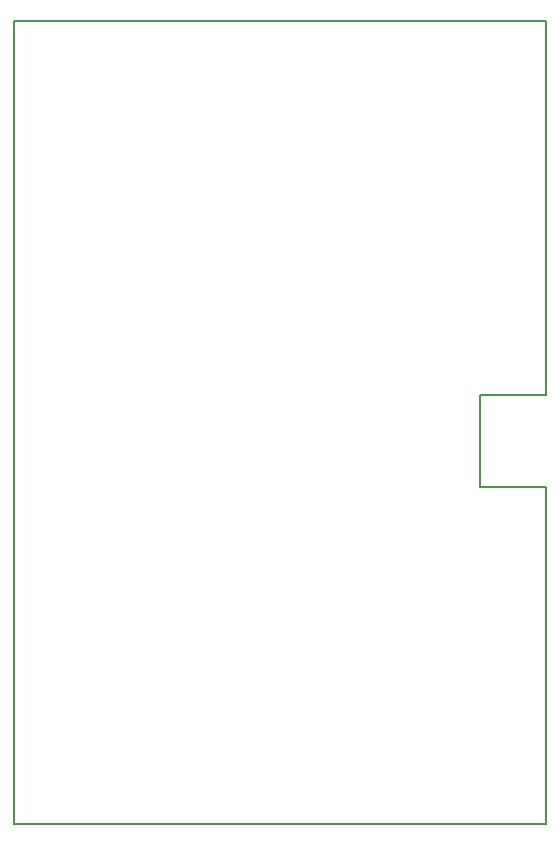
<source format=gm1>
G04 #@! TF.FileFunction,Profile,NP*
%FSLAX46Y46*%
G04 Gerber Fmt 4.6, Leading zero omitted, Abs format (unit mm)*
G04 Created by KiCad (PCBNEW 4.0.2-stable) date 18.04.2016 19:48:57*
%MOMM*%
G01*
G04 APERTURE LIST*
%ADD10C,0.100000*%
%ADD11C,0.150000*%
G04 APERTURE END LIST*
D10*
D11*
X172000000Y-103500000D02*
X172000000Y-132000000D01*
X172000000Y-95700000D02*
X172000000Y-82150000D01*
X166400000Y-103500000D02*
X172000000Y-103500000D01*
X166400000Y-95700000D02*
X166400000Y-103500000D01*
X172000000Y-95700000D02*
X166400000Y-95700000D01*
X172000000Y-64000000D02*
X172000000Y-82200000D01*
X127000000Y-64000000D02*
X172000000Y-64000000D01*
X127000000Y-82150000D02*
X127000000Y-64000000D01*
X127000000Y-132000000D02*
X172000000Y-132000000D01*
X127000000Y-82000000D02*
X127000000Y-132000000D01*
M02*

</source>
